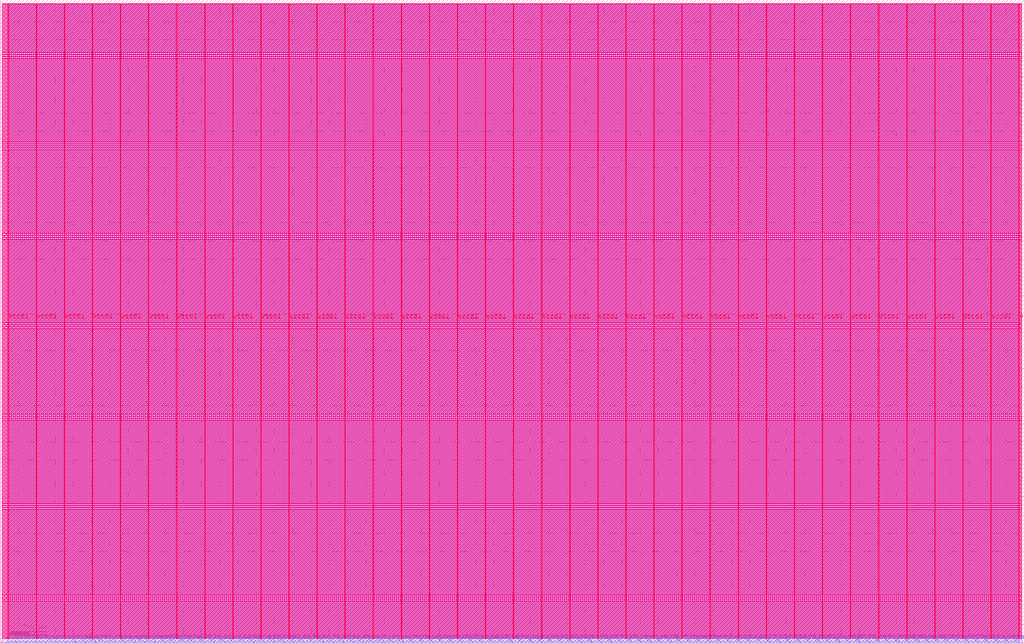
<source format=lef>
VERSION 5.7 ;
  NOWIREEXTENSIONATPIN ON ;
  DIVIDERCHAR "/" ;
  BUSBITCHARS "[]" ;
MACRO Matrix_Multiplication
  CLASS BLOCK ;
  FOREIGN Matrix_Multiplication ;
  ORIGIN 0.000 0.000 ;
  SIZE 2800.000 BY 1760.000 ;
  PIN addr_o[0]
    DIRECTION OUTPUT TRISTATE ;
    USE SIGNAL ;
    PORT
      LAYER met2 ;
        RECT 151.430 0.000 151.710 4.000 ;
    END
  END addr_o[0]
  PIN addr_o[10]
    DIRECTION OUTPUT TRISTATE ;
    USE SIGNAL ;
    PORT
      LAYER met2 ;
        RECT 1019.910 0.000 1020.190 4.000 ;
    END
  END addr_o[10]
  PIN addr_o[11]
    DIRECTION OUTPUT TRISTATE ;
    USE SIGNAL ;
    PORT
      LAYER met2 ;
        RECT 1101.330 0.000 1101.610 4.000 ;
    END
  END addr_o[11]
  PIN addr_o[12]
    DIRECTION OUTPUT TRISTATE ;
    USE SIGNAL ;
    PORT
      LAYER met2 ;
        RECT 1182.750 0.000 1183.030 4.000 ;
    END
  END addr_o[12]
  PIN addr_o[13]
    DIRECTION OUTPUT TRISTATE ;
    USE SIGNAL ;
    PORT
      LAYER met2 ;
        RECT 1264.170 0.000 1264.450 4.000 ;
    END
  END addr_o[13]
  PIN addr_o[14]
    DIRECTION OUTPUT TRISTATE ;
    USE SIGNAL ;
    PORT
      LAYER met2 ;
        RECT 1345.590 0.000 1345.870 4.000 ;
    END
  END addr_o[14]
  PIN addr_o[15]
    DIRECTION OUTPUT TRISTATE ;
    USE SIGNAL ;
    PORT
      LAYER met2 ;
        RECT 1427.010 0.000 1427.290 4.000 ;
    END
  END addr_o[15]
  PIN addr_o[16]
    DIRECTION OUTPUT TRISTATE ;
    USE SIGNAL ;
    PORT
      LAYER met2 ;
        RECT 1508.430 0.000 1508.710 4.000 ;
    END
  END addr_o[16]
  PIN addr_o[17]
    DIRECTION OUTPUT TRISTATE ;
    USE SIGNAL ;
    PORT
      LAYER met2 ;
        RECT 1589.850 0.000 1590.130 4.000 ;
    END
  END addr_o[17]
  PIN addr_o[18]
    DIRECTION OUTPUT TRISTATE ;
    USE SIGNAL ;
    PORT
      LAYER met2 ;
        RECT 1671.270 0.000 1671.550 4.000 ;
    END
  END addr_o[18]
  PIN addr_o[19]
    DIRECTION OUTPUT TRISTATE ;
    USE SIGNAL ;
    PORT
      LAYER met2 ;
        RECT 1752.690 0.000 1752.970 4.000 ;
    END
  END addr_o[19]
  PIN addr_o[1]
    DIRECTION OUTPUT TRISTATE ;
    USE SIGNAL ;
    PORT
      LAYER met2 ;
        RECT 259.990 0.000 260.270 4.000 ;
    END
  END addr_o[1]
  PIN addr_o[20]
    DIRECTION OUTPUT TRISTATE ;
    USE SIGNAL ;
    PORT
      LAYER met2 ;
        RECT 1834.110 0.000 1834.390 4.000 ;
    END
  END addr_o[20]
  PIN addr_o[21]
    DIRECTION OUTPUT TRISTATE ;
    USE SIGNAL ;
    PORT
      LAYER met2 ;
        RECT 1915.530 0.000 1915.810 4.000 ;
    END
  END addr_o[21]
  PIN addr_o[22]
    DIRECTION OUTPUT TRISTATE ;
    USE SIGNAL ;
    PORT
      LAYER met2 ;
        RECT 1996.950 0.000 1997.230 4.000 ;
    END
  END addr_o[22]
  PIN addr_o[23]
    DIRECTION OUTPUT TRISTATE ;
    USE SIGNAL ;
    PORT
      LAYER met2 ;
        RECT 2078.370 0.000 2078.650 4.000 ;
    END
  END addr_o[23]
  PIN addr_o[24]
    DIRECTION OUTPUT TRISTATE ;
    USE SIGNAL ;
    PORT
      LAYER met2 ;
        RECT 2159.790 0.000 2160.070 4.000 ;
    END
  END addr_o[24]
  PIN addr_o[25]
    DIRECTION OUTPUT TRISTATE ;
    USE SIGNAL ;
    PORT
      LAYER met2 ;
        RECT 2241.210 0.000 2241.490 4.000 ;
    END
  END addr_o[25]
  PIN addr_o[26]
    DIRECTION OUTPUT TRISTATE ;
    USE SIGNAL ;
    PORT
      LAYER met2 ;
        RECT 2322.630 0.000 2322.910 4.000 ;
    END
  END addr_o[26]
  PIN addr_o[27]
    DIRECTION OUTPUT TRISTATE ;
    USE SIGNAL ;
    PORT
      LAYER met2 ;
        RECT 2404.050 0.000 2404.330 4.000 ;
    END
  END addr_o[27]
  PIN addr_o[28]
    DIRECTION OUTPUT TRISTATE ;
    USE SIGNAL ;
    PORT
      LAYER met2 ;
        RECT 2485.470 0.000 2485.750 4.000 ;
    END
  END addr_o[28]
  PIN addr_o[29]
    DIRECTION OUTPUT TRISTATE ;
    USE SIGNAL ;
    PORT
      LAYER met2 ;
        RECT 2566.890 0.000 2567.170 4.000 ;
    END
  END addr_o[29]
  PIN addr_o[2]
    DIRECTION OUTPUT TRISTATE ;
    USE SIGNAL ;
    PORT
      LAYER met2 ;
        RECT 368.550 0.000 368.830 4.000 ;
    END
  END addr_o[2]
  PIN addr_o[30]
    DIRECTION OUTPUT TRISTATE ;
    USE SIGNAL ;
    PORT
      LAYER met2 ;
        RECT 2648.310 0.000 2648.590 4.000 ;
    END
  END addr_o[30]
  PIN addr_o[31]
    DIRECTION OUTPUT TRISTATE ;
    USE SIGNAL ;
    PORT
      LAYER met2 ;
        RECT 2729.730 0.000 2730.010 4.000 ;
    END
  END addr_o[31]
  PIN addr_o[3]
    DIRECTION OUTPUT TRISTATE ;
    USE SIGNAL ;
    PORT
      LAYER met2 ;
        RECT 449.970 0.000 450.250 4.000 ;
    END
  END addr_o[3]
  PIN addr_o[4]
    DIRECTION OUTPUT TRISTATE ;
    USE SIGNAL ;
    PORT
      LAYER met2 ;
        RECT 531.390 0.000 531.670 4.000 ;
    END
  END addr_o[4]
  PIN addr_o[5]
    DIRECTION OUTPUT TRISTATE ;
    USE SIGNAL ;
    PORT
      LAYER met2 ;
        RECT 612.810 0.000 613.090 4.000 ;
    END
  END addr_o[5]
  PIN addr_o[6]
    DIRECTION OUTPUT TRISTATE ;
    USE SIGNAL ;
    PORT
      LAYER met2 ;
        RECT 694.230 0.000 694.510 4.000 ;
    END
  END addr_o[6]
  PIN addr_o[7]
    DIRECTION OUTPUT TRISTATE ;
    USE SIGNAL ;
    PORT
      LAYER met2 ;
        RECT 775.650 0.000 775.930 4.000 ;
    END
  END addr_o[7]
  PIN addr_o[8]
    DIRECTION OUTPUT TRISTATE ;
    USE SIGNAL ;
    PORT
      LAYER met2 ;
        RECT 857.070 0.000 857.350 4.000 ;
    END
  END addr_o[8]
  PIN addr_o[9]
    DIRECTION OUTPUT TRISTATE ;
    USE SIGNAL ;
    PORT
      LAYER met2 ;
        RECT 938.490 0.000 938.770 4.000 ;
    END
  END addr_o[9]
  PIN clk
    DIRECTION INPUT ;
    USE SIGNAL ;
    PORT
      LAYER met2 ;
        RECT 15.730 0.000 16.010 4.000 ;
    END
  END clk
  PIN data_i[0]
    DIRECTION INPUT ;
    USE SIGNAL ;
    PORT
      LAYER met2 ;
        RECT 178.570 0.000 178.850 4.000 ;
    END
  END data_i[0]
  PIN data_i[10]
    DIRECTION INPUT ;
    USE SIGNAL ;
    PORT
      LAYER met2 ;
        RECT 1047.050 0.000 1047.330 4.000 ;
    END
  END data_i[10]
  PIN data_i[11]
    DIRECTION INPUT ;
    USE SIGNAL ;
    PORT
      LAYER met2 ;
        RECT 1128.470 0.000 1128.750 4.000 ;
    END
  END data_i[11]
  PIN data_i[12]
    DIRECTION INPUT ;
    USE SIGNAL ;
    PORT
      LAYER met2 ;
        RECT 1209.890 0.000 1210.170 4.000 ;
    END
  END data_i[12]
  PIN data_i[13]
    DIRECTION INPUT ;
    USE SIGNAL ;
    PORT
      LAYER met2 ;
        RECT 1291.310 0.000 1291.590 4.000 ;
    END
  END data_i[13]
  PIN data_i[14]
    DIRECTION INPUT ;
    USE SIGNAL ;
    PORT
      LAYER met2 ;
        RECT 1372.730 0.000 1373.010 4.000 ;
    END
  END data_i[14]
  PIN data_i[15]
    DIRECTION INPUT ;
    USE SIGNAL ;
    PORT
      LAYER met2 ;
        RECT 1454.150 0.000 1454.430 4.000 ;
    END
  END data_i[15]
  PIN data_i[16]
    DIRECTION INPUT ;
    USE SIGNAL ;
    PORT
      LAYER met2 ;
        RECT 1535.570 0.000 1535.850 4.000 ;
    END
  END data_i[16]
  PIN data_i[17]
    DIRECTION INPUT ;
    USE SIGNAL ;
    PORT
      LAYER met2 ;
        RECT 1616.990 0.000 1617.270 4.000 ;
    END
  END data_i[17]
  PIN data_i[18]
    DIRECTION INPUT ;
    USE SIGNAL ;
    PORT
      LAYER met2 ;
        RECT 1698.410 0.000 1698.690 4.000 ;
    END
  END data_i[18]
  PIN data_i[19]
    DIRECTION INPUT ;
    USE SIGNAL ;
    PORT
      LAYER met2 ;
        RECT 1779.830 0.000 1780.110 4.000 ;
    END
  END data_i[19]
  PIN data_i[1]
    DIRECTION INPUT ;
    USE SIGNAL ;
    PORT
      LAYER met2 ;
        RECT 287.130 0.000 287.410 4.000 ;
    END
  END data_i[1]
  PIN data_i[20]
    DIRECTION INPUT ;
    USE SIGNAL ;
    PORT
      LAYER met2 ;
        RECT 1861.250 0.000 1861.530 4.000 ;
    END
  END data_i[20]
  PIN data_i[21]
    DIRECTION INPUT ;
    USE SIGNAL ;
    PORT
      LAYER met2 ;
        RECT 1942.670 0.000 1942.950 4.000 ;
    END
  END data_i[21]
  PIN data_i[22]
    DIRECTION INPUT ;
    USE SIGNAL ;
    PORT
      LAYER met2 ;
        RECT 2024.090 0.000 2024.370 4.000 ;
    END
  END data_i[22]
  PIN data_i[23]
    DIRECTION INPUT ;
    USE SIGNAL ;
    PORT
      LAYER met2 ;
        RECT 2105.510 0.000 2105.790 4.000 ;
    END
  END data_i[23]
  PIN data_i[24]
    DIRECTION INPUT ;
    USE SIGNAL ;
    PORT
      LAYER met2 ;
        RECT 2186.930 0.000 2187.210 4.000 ;
    END
  END data_i[24]
  PIN data_i[25]
    DIRECTION INPUT ;
    USE SIGNAL ;
    PORT
      LAYER met2 ;
        RECT 2268.350 0.000 2268.630 4.000 ;
    END
  END data_i[25]
  PIN data_i[26]
    DIRECTION INPUT ;
    USE SIGNAL ;
    PORT
      LAYER met2 ;
        RECT 2349.770 0.000 2350.050 4.000 ;
    END
  END data_i[26]
  PIN data_i[27]
    DIRECTION INPUT ;
    USE SIGNAL ;
    PORT
      LAYER met2 ;
        RECT 2431.190 0.000 2431.470 4.000 ;
    END
  END data_i[27]
  PIN data_i[28]
    DIRECTION INPUT ;
    USE SIGNAL ;
    PORT
      LAYER met2 ;
        RECT 2512.610 0.000 2512.890 4.000 ;
    END
  END data_i[28]
  PIN data_i[29]
    DIRECTION INPUT ;
    USE SIGNAL ;
    PORT
      LAYER met2 ;
        RECT 2594.030 0.000 2594.310 4.000 ;
    END
  END data_i[29]
  PIN data_i[2]
    DIRECTION INPUT ;
    USE SIGNAL ;
    PORT
      LAYER met2 ;
        RECT 395.690 0.000 395.970 4.000 ;
    END
  END data_i[2]
  PIN data_i[30]
    DIRECTION INPUT ;
    USE SIGNAL ;
    PORT
      LAYER met2 ;
        RECT 2675.450 0.000 2675.730 4.000 ;
    END
  END data_i[30]
  PIN data_i[31]
    DIRECTION INPUT ;
    USE SIGNAL ;
    PORT
      LAYER met2 ;
        RECT 2756.870 0.000 2757.150 4.000 ;
    END
  END data_i[31]
  PIN data_i[3]
    DIRECTION INPUT ;
    USE SIGNAL ;
    PORT
      LAYER met2 ;
        RECT 477.110 0.000 477.390 4.000 ;
    END
  END data_i[3]
  PIN data_i[4]
    DIRECTION INPUT ;
    USE SIGNAL ;
    PORT
      LAYER met2 ;
        RECT 558.530 0.000 558.810 4.000 ;
    END
  END data_i[4]
  PIN data_i[5]
    DIRECTION INPUT ;
    USE SIGNAL ;
    PORT
      LAYER met2 ;
        RECT 639.950 0.000 640.230 4.000 ;
    END
  END data_i[5]
  PIN data_i[6]
    DIRECTION INPUT ;
    USE SIGNAL ;
    PORT
      LAYER met2 ;
        RECT 721.370 0.000 721.650 4.000 ;
    END
  END data_i[6]
  PIN data_i[7]
    DIRECTION INPUT ;
    USE SIGNAL ;
    PORT
      LAYER met2 ;
        RECT 802.790 0.000 803.070 4.000 ;
    END
  END data_i[7]
  PIN data_i[8]
    DIRECTION INPUT ;
    USE SIGNAL ;
    PORT
      LAYER met2 ;
        RECT 884.210 0.000 884.490 4.000 ;
    END
  END data_i[8]
  PIN data_i[9]
    DIRECTION INPUT ;
    USE SIGNAL ;
    PORT
      LAYER met2 ;
        RECT 965.630 0.000 965.910 4.000 ;
    END
  END data_i[9]
  PIN data_o[0]
    DIRECTION OUTPUT TRISTATE ;
    USE SIGNAL ;
    PORT
      LAYER met2 ;
        RECT 205.710 0.000 205.990 4.000 ;
    END
  END data_o[0]
  PIN data_o[10]
    DIRECTION OUTPUT TRISTATE ;
    USE SIGNAL ;
    PORT
      LAYER met2 ;
        RECT 1074.190 0.000 1074.470 4.000 ;
    END
  END data_o[10]
  PIN data_o[11]
    DIRECTION OUTPUT TRISTATE ;
    USE SIGNAL ;
    PORT
      LAYER met2 ;
        RECT 1155.610 0.000 1155.890 4.000 ;
    END
  END data_o[11]
  PIN data_o[12]
    DIRECTION OUTPUT TRISTATE ;
    USE SIGNAL ;
    PORT
      LAYER met2 ;
        RECT 1237.030 0.000 1237.310 4.000 ;
    END
  END data_o[12]
  PIN data_o[13]
    DIRECTION OUTPUT TRISTATE ;
    USE SIGNAL ;
    PORT
      LAYER met2 ;
        RECT 1318.450 0.000 1318.730 4.000 ;
    END
  END data_o[13]
  PIN data_o[14]
    DIRECTION OUTPUT TRISTATE ;
    USE SIGNAL ;
    PORT
      LAYER met2 ;
        RECT 1399.870 0.000 1400.150 4.000 ;
    END
  END data_o[14]
  PIN data_o[15]
    DIRECTION OUTPUT TRISTATE ;
    USE SIGNAL ;
    PORT
      LAYER met2 ;
        RECT 1481.290 0.000 1481.570 4.000 ;
    END
  END data_o[15]
  PIN data_o[16]
    DIRECTION OUTPUT TRISTATE ;
    USE SIGNAL ;
    PORT
      LAYER met2 ;
        RECT 1562.710 0.000 1562.990 4.000 ;
    END
  END data_o[16]
  PIN data_o[17]
    DIRECTION OUTPUT TRISTATE ;
    USE SIGNAL ;
    PORT
      LAYER met2 ;
        RECT 1644.130 0.000 1644.410 4.000 ;
    END
  END data_o[17]
  PIN data_o[18]
    DIRECTION OUTPUT TRISTATE ;
    USE SIGNAL ;
    PORT
      LAYER met2 ;
        RECT 1725.550 0.000 1725.830 4.000 ;
    END
  END data_o[18]
  PIN data_o[19]
    DIRECTION OUTPUT TRISTATE ;
    USE SIGNAL ;
    PORT
      LAYER met2 ;
        RECT 1806.970 0.000 1807.250 4.000 ;
    END
  END data_o[19]
  PIN data_o[1]
    DIRECTION OUTPUT TRISTATE ;
    USE SIGNAL ;
    PORT
      LAYER met2 ;
        RECT 314.270 0.000 314.550 4.000 ;
    END
  END data_o[1]
  PIN data_o[20]
    DIRECTION OUTPUT TRISTATE ;
    USE SIGNAL ;
    PORT
      LAYER met2 ;
        RECT 1888.390 0.000 1888.670 4.000 ;
    END
  END data_o[20]
  PIN data_o[21]
    DIRECTION OUTPUT TRISTATE ;
    USE SIGNAL ;
    PORT
      LAYER met2 ;
        RECT 1969.810 0.000 1970.090 4.000 ;
    END
  END data_o[21]
  PIN data_o[22]
    DIRECTION OUTPUT TRISTATE ;
    USE SIGNAL ;
    PORT
      LAYER met2 ;
        RECT 2051.230 0.000 2051.510 4.000 ;
    END
  END data_o[22]
  PIN data_o[23]
    DIRECTION OUTPUT TRISTATE ;
    USE SIGNAL ;
    PORT
      LAYER met2 ;
        RECT 2132.650 0.000 2132.930 4.000 ;
    END
  END data_o[23]
  PIN data_o[24]
    DIRECTION OUTPUT TRISTATE ;
    USE SIGNAL ;
    PORT
      LAYER met2 ;
        RECT 2214.070 0.000 2214.350 4.000 ;
    END
  END data_o[24]
  PIN data_o[25]
    DIRECTION OUTPUT TRISTATE ;
    USE SIGNAL ;
    PORT
      LAYER met2 ;
        RECT 2295.490 0.000 2295.770 4.000 ;
    END
  END data_o[25]
  PIN data_o[26]
    DIRECTION OUTPUT TRISTATE ;
    USE SIGNAL ;
    PORT
      LAYER met2 ;
        RECT 2376.910 0.000 2377.190 4.000 ;
    END
  END data_o[26]
  PIN data_o[27]
    DIRECTION OUTPUT TRISTATE ;
    USE SIGNAL ;
    PORT
      LAYER met2 ;
        RECT 2458.330 0.000 2458.610 4.000 ;
    END
  END data_o[27]
  PIN data_o[28]
    DIRECTION OUTPUT TRISTATE ;
    USE SIGNAL ;
    PORT
      LAYER met2 ;
        RECT 2539.750 0.000 2540.030 4.000 ;
    END
  END data_o[28]
  PIN data_o[29]
    DIRECTION OUTPUT TRISTATE ;
    USE SIGNAL ;
    PORT
      LAYER met2 ;
        RECT 2621.170 0.000 2621.450 4.000 ;
    END
  END data_o[29]
  PIN data_o[2]
    DIRECTION OUTPUT TRISTATE ;
    USE SIGNAL ;
    PORT
      LAYER met2 ;
        RECT 422.830 0.000 423.110 4.000 ;
    END
  END data_o[2]
  PIN data_o[30]
    DIRECTION OUTPUT TRISTATE ;
    USE SIGNAL ;
    PORT
      LAYER met2 ;
        RECT 2702.590 0.000 2702.870 4.000 ;
    END
  END data_o[30]
  PIN data_o[31]
    DIRECTION OUTPUT TRISTATE ;
    USE SIGNAL ;
    PORT
      LAYER met2 ;
        RECT 2784.010 0.000 2784.290 4.000 ;
    END
  END data_o[31]
  PIN data_o[3]
    DIRECTION OUTPUT TRISTATE ;
    USE SIGNAL ;
    PORT
      LAYER met2 ;
        RECT 504.250 0.000 504.530 4.000 ;
    END
  END data_o[3]
  PIN data_o[4]
    DIRECTION OUTPUT TRISTATE ;
    USE SIGNAL ;
    PORT
      LAYER met2 ;
        RECT 585.670 0.000 585.950 4.000 ;
    END
  END data_o[4]
  PIN data_o[5]
    DIRECTION OUTPUT TRISTATE ;
    USE SIGNAL ;
    PORT
      LAYER met2 ;
        RECT 667.090 0.000 667.370 4.000 ;
    END
  END data_o[5]
  PIN data_o[6]
    DIRECTION OUTPUT TRISTATE ;
    USE SIGNAL ;
    PORT
      LAYER met2 ;
        RECT 748.510 0.000 748.790 4.000 ;
    END
  END data_o[6]
  PIN data_o[7]
    DIRECTION OUTPUT TRISTATE ;
    USE SIGNAL ;
    PORT
      LAYER met2 ;
        RECT 829.930 0.000 830.210 4.000 ;
    END
  END data_o[7]
  PIN data_o[8]
    DIRECTION OUTPUT TRISTATE ;
    USE SIGNAL ;
    PORT
      LAYER met2 ;
        RECT 911.350 0.000 911.630 4.000 ;
    END
  END data_o[8]
  PIN data_o[9]
    DIRECTION OUTPUT TRISTATE ;
    USE SIGNAL ;
    PORT
      LAYER met2 ;
        RECT 992.770 0.000 993.050 4.000 ;
    END
  END data_o[9]
  PIN done
    DIRECTION OUTPUT TRISTATE ;
    USE SIGNAL ;
    PORT
      LAYER met2 ;
        RECT 124.290 0.000 124.570 4.000 ;
    END
  END done
  PIN enable
    DIRECTION INPUT ;
    USE SIGNAL ;
    PORT
      LAYER met2 ;
        RECT 70.010 0.000 70.290 4.000 ;
    END
  END enable
  PIN mem_opdone
    DIRECTION INPUT ;
    USE SIGNAL ;
    PORT
      LAYER met2 ;
        RECT 97.150 0.000 97.430 4.000 ;
    END
  END mem_opdone
  PIN mem_operation[0]
    DIRECTION OUTPUT TRISTATE ;
    USE SIGNAL ;
    PORT
      LAYER met2 ;
        RECT 232.850 0.000 233.130 4.000 ;
    END
  END mem_operation[0]
  PIN mem_operation[1]
    DIRECTION OUTPUT TRISTATE ;
    USE SIGNAL ;
    PORT
      LAYER met2 ;
        RECT 341.410 0.000 341.690 4.000 ;
    END
  END mem_operation[1]
  PIN reset
    DIRECTION INPUT ;
    USE SIGNAL ;
    PORT
      LAYER met2 ;
        RECT 42.870 0.000 43.150 4.000 ;
    END
  END reset
  PIN vccd1
    DIRECTION INOUT ;
    USE POWER ;
    PORT
      LAYER met4 ;
        RECT 21.040 10.640 22.640 1749.200 ;
    END
    PORT
      LAYER met4 ;
        RECT 174.640 10.640 176.240 1749.200 ;
    END
    PORT
      LAYER met4 ;
        RECT 328.240 10.640 329.840 1749.200 ;
    END
    PORT
      LAYER met4 ;
        RECT 481.840 10.640 483.440 1749.200 ;
    END
    PORT
      LAYER met4 ;
        RECT 635.440 10.640 637.040 1749.200 ;
    END
    PORT
      LAYER met4 ;
        RECT 789.040 10.640 790.640 1749.200 ;
    END
    PORT
      LAYER met4 ;
        RECT 942.640 10.640 944.240 1749.200 ;
    END
    PORT
      LAYER met4 ;
        RECT 1096.240 10.640 1097.840 1749.200 ;
    END
    PORT
      LAYER met4 ;
        RECT 1249.840 10.640 1251.440 1749.200 ;
    END
    PORT
      LAYER met4 ;
        RECT 1403.440 10.640 1405.040 1749.200 ;
    END
    PORT
      LAYER met4 ;
        RECT 1557.040 10.640 1558.640 1749.200 ;
    END
    PORT
      LAYER met4 ;
        RECT 1710.640 10.640 1712.240 1749.200 ;
    END
    PORT
      LAYER met4 ;
        RECT 1864.240 10.640 1865.840 1749.200 ;
    END
    PORT
      LAYER met4 ;
        RECT 2017.840 10.640 2019.440 1749.200 ;
    END
    PORT
      LAYER met4 ;
        RECT 2171.440 10.640 2173.040 1749.200 ;
    END
    PORT
      LAYER met4 ;
        RECT 2325.040 10.640 2326.640 1749.200 ;
    END
    PORT
      LAYER met4 ;
        RECT 2478.640 10.640 2480.240 1749.200 ;
    END
    PORT
      LAYER met4 ;
        RECT 2632.240 10.640 2633.840 1749.200 ;
    END
    PORT
      LAYER met4 ;
        RECT 2785.840 10.640 2787.440 1749.200 ;
    END
  END vccd1
  PIN vssd1
    DIRECTION INOUT ;
    USE GROUND ;
    PORT
      LAYER met4 ;
        RECT 97.840 10.640 99.440 1749.200 ;
    END
    PORT
      LAYER met4 ;
        RECT 251.440 10.640 253.040 1749.200 ;
    END
    PORT
      LAYER met4 ;
        RECT 405.040 10.640 406.640 1749.200 ;
    END
    PORT
      LAYER met4 ;
        RECT 558.640 10.640 560.240 1749.200 ;
    END
    PORT
      LAYER met4 ;
        RECT 712.240 10.640 713.840 1749.200 ;
    END
    PORT
      LAYER met4 ;
        RECT 865.840 10.640 867.440 1749.200 ;
    END
    PORT
      LAYER met4 ;
        RECT 1019.440 10.640 1021.040 1749.200 ;
    END
    PORT
      LAYER met4 ;
        RECT 1173.040 10.640 1174.640 1749.200 ;
    END
    PORT
      LAYER met4 ;
        RECT 1326.640 10.640 1328.240 1749.200 ;
    END
    PORT
      LAYER met4 ;
        RECT 1480.240 10.640 1481.840 1749.200 ;
    END
    PORT
      LAYER met4 ;
        RECT 1633.840 10.640 1635.440 1749.200 ;
    END
    PORT
      LAYER met4 ;
        RECT 1787.440 10.640 1789.040 1749.200 ;
    END
    PORT
      LAYER met4 ;
        RECT 1941.040 10.640 1942.640 1749.200 ;
    END
    PORT
      LAYER met4 ;
        RECT 2094.640 10.640 2096.240 1749.200 ;
    END
    PORT
      LAYER met4 ;
        RECT 2248.240 10.640 2249.840 1749.200 ;
    END
    PORT
      LAYER met4 ;
        RECT 2401.840 10.640 2403.440 1749.200 ;
    END
    PORT
      LAYER met4 ;
        RECT 2555.440 10.640 2557.040 1749.200 ;
    END
    PORT
      LAYER met4 ;
        RECT 2709.040 10.640 2710.640 1749.200 ;
    END
  END vssd1
  OBS
      LAYER nwell ;
        RECT 5.330 1747.545 2794.230 1749.150 ;
        RECT 5.330 1742.105 2794.230 1744.935 ;
        RECT 5.330 1736.665 2794.230 1739.495 ;
        RECT 5.330 1731.225 2794.230 1734.055 ;
        RECT 5.330 1725.785 2794.230 1728.615 ;
        RECT 5.330 1720.345 2794.230 1723.175 ;
        RECT 5.330 1714.905 2794.230 1717.735 ;
        RECT 5.330 1709.465 2794.230 1712.295 ;
        RECT 5.330 1704.025 2794.230 1706.855 ;
        RECT 5.330 1698.585 2794.230 1701.415 ;
        RECT 5.330 1693.145 2794.230 1695.975 ;
        RECT 5.330 1687.705 2794.230 1690.535 ;
        RECT 5.330 1682.265 2794.230 1685.095 ;
        RECT 5.330 1676.825 2794.230 1679.655 ;
        RECT 5.330 1671.385 2794.230 1674.215 ;
        RECT 5.330 1665.945 2794.230 1668.775 ;
        RECT 5.330 1660.505 2794.230 1663.335 ;
        RECT 5.330 1655.065 2794.230 1657.895 ;
        RECT 5.330 1649.625 2794.230 1652.455 ;
        RECT 5.330 1644.185 2794.230 1647.015 ;
        RECT 5.330 1638.745 2794.230 1641.575 ;
        RECT 5.330 1633.305 2794.230 1636.135 ;
        RECT 5.330 1627.865 2794.230 1630.695 ;
        RECT 5.330 1622.425 2794.230 1625.255 ;
        RECT 5.330 1616.985 2794.230 1619.815 ;
        RECT 5.330 1611.545 2794.230 1614.375 ;
        RECT 5.330 1606.105 2794.230 1608.935 ;
        RECT 5.330 1600.665 2794.230 1603.495 ;
        RECT 5.330 1595.225 2794.230 1598.055 ;
        RECT 5.330 1589.785 2794.230 1592.615 ;
        RECT 5.330 1584.345 2794.230 1587.175 ;
        RECT 5.330 1578.905 2794.230 1581.735 ;
        RECT 5.330 1573.465 2794.230 1576.295 ;
        RECT 5.330 1568.025 2794.230 1570.855 ;
        RECT 5.330 1562.585 2794.230 1565.415 ;
        RECT 5.330 1557.145 2794.230 1559.975 ;
        RECT 5.330 1551.705 2794.230 1554.535 ;
        RECT 5.330 1546.265 2794.230 1549.095 ;
        RECT 5.330 1540.825 2794.230 1543.655 ;
        RECT 5.330 1535.385 2794.230 1538.215 ;
        RECT 5.330 1529.945 2794.230 1532.775 ;
        RECT 5.330 1524.505 2794.230 1527.335 ;
        RECT 5.330 1519.065 2794.230 1521.895 ;
        RECT 5.330 1513.625 2794.230 1516.455 ;
        RECT 5.330 1508.185 2794.230 1511.015 ;
        RECT 5.330 1502.745 2794.230 1505.575 ;
        RECT 5.330 1497.305 2794.230 1500.135 ;
        RECT 5.330 1491.865 2794.230 1494.695 ;
        RECT 5.330 1486.425 2794.230 1489.255 ;
        RECT 5.330 1480.985 2794.230 1483.815 ;
        RECT 5.330 1475.545 2794.230 1478.375 ;
        RECT 5.330 1470.105 2794.230 1472.935 ;
        RECT 5.330 1464.665 2794.230 1467.495 ;
        RECT 5.330 1459.225 2794.230 1462.055 ;
        RECT 5.330 1453.785 2794.230 1456.615 ;
        RECT 5.330 1448.345 2794.230 1451.175 ;
        RECT 5.330 1442.905 2794.230 1445.735 ;
        RECT 5.330 1437.465 2794.230 1440.295 ;
        RECT 5.330 1432.025 2794.230 1434.855 ;
        RECT 5.330 1426.585 2794.230 1429.415 ;
        RECT 5.330 1421.145 2794.230 1423.975 ;
        RECT 5.330 1415.705 2794.230 1418.535 ;
        RECT 5.330 1410.265 2794.230 1413.095 ;
        RECT 5.330 1404.825 2794.230 1407.655 ;
        RECT 5.330 1399.385 2794.230 1402.215 ;
        RECT 5.330 1393.945 2794.230 1396.775 ;
        RECT 5.330 1388.505 2794.230 1391.335 ;
        RECT 5.330 1383.065 2794.230 1385.895 ;
        RECT 5.330 1377.625 2794.230 1380.455 ;
        RECT 5.330 1372.185 2794.230 1375.015 ;
        RECT 5.330 1366.745 2794.230 1369.575 ;
        RECT 5.330 1361.305 2794.230 1364.135 ;
        RECT 5.330 1355.865 2794.230 1358.695 ;
        RECT 5.330 1350.425 2794.230 1353.255 ;
        RECT 5.330 1344.985 2794.230 1347.815 ;
        RECT 5.330 1339.545 2794.230 1342.375 ;
        RECT 5.330 1334.105 2794.230 1336.935 ;
        RECT 5.330 1328.665 2794.230 1331.495 ;
        RECT 5.330 1323.225 2794.230 1326.055 ;
        RECT 5.330 1317.785 2794.230 1320.615 ;
        RECT 5.330 1312.345 2794.230 1315.175 ;
        RECT 5.330 1306.905 2794.230 1309.735 ;
        RECT 5.330 1301.465 2794.230 1304.295 ;
        RECT 5.330 1296.025 2794.230 1298.855 ;
        RECT 5.330 1290.585 2794.230 1293.415 ;
        RECT 5.330 1285.145 2794.230 1287.975 ;
        RECT 5.330 1279.705 2794.230 1282.535 ;
        RECT 5.330 1274.265 2794.230 1277.095 ;
        RECT 5.330 1268.825 2794.230 1271.655 ;
        RECT 5.330 1263.385 2794.230 1266.215 ;
        RECT 5.330 1257.945 2794.230 1260.775 ;
        RECT 5.330 1252.505 2794.230 1255.335 ;
        RECT 5.330 1247.065 2794.230 1249.895 ;
        RECT 5.330 1241.625 2794.230 1244.455 ;
        RECT 5.330 1236.185 2794.230 1239.015 ;
        RECT 5.330 1230.745 2794.230 1233.575 ;
        RECT 5.330 1225.305 2794.230 1228.135 ;
        RECT 5.330 1219.865 2794.230 1222.695 ;
        RECT 5.330 1214.425 2794.230 1217.255 ;
        RECT 5.330 1208.985 2794.230 1211.815 ;
        RECT 5.330 1203.545 2794.230 1206.375 ;
        RECT 5.330 1198.105 2794.230 1200.935 ;
        RECT 5.330 1192.665 2794.230 1195.495 ;
        RECT 5.330 1187.225 2794.230 1190.055 ;
        RECT 5.330 1181.785 2794.230 1184.615 ;
        RECT 5.330 1176.345 2794.230 1179.175 ;
        RECT 5.330 1170.905 2794.230 1173.735 ;
        RECT 5.330 1165.465 2794.230 1168.295 ;
        RECT 5.330 1160.025 2794.230 1162.855 ;
        RECT 5.330 1154.585 2794.230 1157.415 ;
        RECT 5.330 1149.145 2794.230 1151.975 ;
        RECT 5.330 1143.705 2794.230 1146.535 ;
        RECT 5.330 1138.265 2794.230 1141.095 ;
        RECT 5.330 1132.825 2794.230 1135.655 ;
        RECT 5.330 1127.385 2794.230 1130.215 ;
        RECT 5.330 1121.945 2794.230 1124.775 ;
        RECT 5.330 1116.505 2794.230 1119.335 ;
        RECT 5.330 1111.065 2794.230 1113.895 ;
        RECT 5.330 1105.625 2794.230 1108.455 ;
        RECT 5.330 1100.185 2794.230 1103.015 ;
        RECT 5.330 1094.745 2794.230 1097.575 ;
        RECT 5.330 1089.305 2794.230 1092.135 ;
        RECT 5.330 1083.865 2794.230 1086.695 ;
        RECT 5.330 1078.425 2794.230 1081.255 ;
        RECT 5.330 1072.985 2794.230 1075.815 ;
        RECT 5.330 1067.545 2794.230 1070.375 ;
        RECT 5.330 1062.105 2794.230 1064.935 ;
        RECT 5.330 1056.665 2794.230 1059.495 ;
        RECT 5.330 1051.225 2794.230 1054.055 ;
        RECT 5.330 1045.785 2794.230 1048.615 ;
        RECT 5.330 1040.345 2794.230 1043.175 ;
        RECT 5.330 1034.905 2794.230 1037.735 ;
        RECT 5.330 1029.465 2794.230 1032.295 ;
        RECT 5.330 1024.025 2794.230 1026.855 ;
        RECT 5.330 1018.585 2794.230 1021.415 ;
        RECT 5.330 1013.145 2794.230 1015.975 ;
        RECT 5.330 1007.705 2794.230 1010.535 ;
        RECT 5.330 1002.265 2794.230 1005.095 ;
        RECT 5.330 996.825 2794.230 999.655 ;
        RECT 5.330 991.385 2794.230 994.215 ;
        RECT 5.330 985.945 2794.230 988.775 ;
        RECT 5.330 980.505 2794.230 983.335 ;
        RECT 5.330 975.065 2794.230 977.895 ;
        RECT 5.330 969.625 2794.230 972.455 ;
        RECT 5.330 964.185 2794.230 967.015 ;
        RECT 5.330 958.745 2794.230 961.575 ;
        RECT 5.330 953.305 2794.230 956.135 ;
        RECT 5.330 947.865 2794.230 950.695 ;
        RECT 5.330 942.425 2794.230 945.255 ;
        RECT 5.330 936.985 2794.230 939.815 ;
        RECT 5.330 931.545 2794.230 934.375 ;
        RECT 5.330 926.105 2794.230 928.935 ;
        RECT 5.330 920.665 2794.230 923.495 ;
        RECT 5.330 915.225 2794.230 918.055 ;
        RECT 5.330 909.785 2794.230 912.615 ;
        RECT 5.330 904.345 2794.230 907.175 ;
        RECT 5.330 898.905 2794.230 901.735 ;
        RECT 5.330 893.465 2794.230 896.295 ;
        RECT 5.330 888.025 2794.230 890.855 ;
        RECT 5.330 882.585 2794.230 885.415 ;
        RECT 5.330 877.145 2794.230 879.975 ;
        RECT 5.330 871.705 2794.230 874.535 ;
        RECT 5.330 866.265 2794.230 869.095 ;
        RECT 5.330 860.825 2794.230 863.655 ;
        RECT 5.330 855.385 2794.230 858.215 ;
        RECT 5.330 849.945 2794.230 852.775 ;
        RECT 5.330 844.505 2794.230 847.335 ;
        RECT 5.330 839.065 2794.230 841.895 ;
        RECT 5.330 833.625 2794.230 836.455 ;
        RECT 5.330 828.185 2794.230 831.015 ;
        RECT 5.330 822.745 2794.230 825.575 ;
        RECT 5.330 817.305 2794.230 820.135 ;
        RECT 5.330 811.865 2794.230 814.695 ;
        RECT 5.330 806.425 2794.230 809.255 ;
        RECT 5.330 800.985 2794.230 803.815 ;
        RECT 5.330 795.545 2794.230 798.375 ;
        RECT 5.330 790.105 2794.230 792.935 ;
        RECT 5.330 784.665 2794.230 787.495 ;
        RECT 5.330 779.225 2794.230 782.055 ;
        RECT 5.330 773.785 2794.230 776.615 ;
        RECT 5.330 768.345 2794.230 771.175 ;
        RECT 5.330 762.905 2794.230 765.735 ;
        RECT 5.330 757.465 2794.230 760.295 ;
        RECT 5.330 752.025 2794.230 754.855 ;
        RECT 5.330 746.585 2794.230 749.415 ;
        RECT 5.330 741.145 2794.230 743.975 ;
        RECT 5.330 735.705 2794.230 738.535 ;
        RECT 5.330 730.265 2794.230 733.095 ;
        RECT 5.330 724.825 2794.230 727.655 ;
        RECT 5.330 719.385 2794.230 722.215 ;
        RECT 5.330 713.945 2794.230 716.775 ;
        RECT 5.330 708.505 2794.230 711.335 ;
        RECT 5.330 703.065 2794.230 705.895 ;
        RECT 5.330 697.625 2794.230 700.455 ;
        RECT 5.330 692.185 2794.230 695.015 ;
        RECT 5.330 686.745 2794.230 689.575 ;
        RECT 5.330 681.305 2794.230 684.135 ;
        RECT 5.330 675.865 2794.230 678.695 ;
        RECT 5.330 670.425 2794.230 673.255 ;
        RECT 5.330 664.985 2794.230 667.815 ;
        RECT 5.330 659.545 2794.230 662.375 ;
        RECT 5.330 654.105 2794.230 656.935 ;
        RECT 5.330 648.665 2794.230 651.495 ;
        RECT 5.330 643.225 2794.230 646.055 ;
        RECT 5.330 637.785 2794.230 640.615 ;
        RECT 5.330 632.345 2794.230 635.175 ;
        RECT 5.330 626.905 2794.230 629.735 ;
        RECT 5.330 621.465 2794.230 624.295 ;
        RECT 5.330 616.025 2794.230 618.855 ;
        RECT 5.330 610.585 2794.230 613.415 ;
        RECT 5.330 605.145 2794.230 607.975 ;
        RECT 5.330 599.705 2794.230 602.535 ;
        RECT 5.330 594.265 2794.230 597.095 ;
        RECT 5.330 588.825 2794.230 591.655 ;
        RECT 5.330 583.385 2794.230 586.215 ;
        RECT 5.330 577.945 2794.230 580.775 ;
        RECT 5.330 572.505 2794.230 575.335 ;
        RECT 5.330 567.065 2794.230 569.895 ;
        RECT 5.330 561.625 2794.230 564.455 ;
        RECT 5.330 556.185 2794.230 559.015 ;
        RECT 5.330 550.745 2794.230 553.575 ;
        RECT 5.330 545.305 2794.230 548.135 ;
        RECT 5.330 539.865 2794.230 542.695 ;
        RECT 5.330 534.425 2794.230 537.255 ;
        RECT 5.330 528.985 2794.230 531.815 ;
        RECT 5.330 523.545 2794.230 526.375 ;
        RECT 5.330 518.105 2794.230 520.935 ;
        RECT 5.330 512.665 2794.230 515.495 ;
        RECT 5.330 507.225 2794.230 510.055 ;
        RECT 5.330 501.785 2794.230 504.615 ;
        RECT 5.330 496.345 2794.230 499.175 ;
        RECT 5.330 490.905 2794.230 493.735 ;
        RECT 5.330 485.465 2794.230 488.295 ;
        RECT 5.330 480.025 2794.230 482.855 ;
        RECT 5.330 474.585 2794.230 477.415 ;
        RECT 5.330 469.145 2794.230 471.975 ;
        RECT 5.330 463.705 2794.230 466.535 ;
        RECT 5.330 458.265 2794.230 461.095 ;
        RECT 5.330 452.825 2794.230 455.655 ;
        RECT 5.330 447.385 2794.230 450.215 ;
        RECT 5.330 441.945 2794.230 444.775 ;
        RECT 5.330 436.505 2794.230 439.335 ;
        RECT 5.330 431.065 2794.230 433.895 ;
        RECT 5.330 425.625 2794.230 428.455 ;
        RECT 5.330 420.185 2794.230 423.015 ;
        RECT 5.330 414.745 2794.230 417.575 ;
        RECT 5.330 409.305 2794.230 412.135 ;
        RECT 5.330 403.865 2794.230 406.695 ;
        RECT 5.330 398.425 2794.230 401.255 ;
        RECT 5.330 392.985 2794.230 395.815 ;
        RECT 5.330 387.545 2794.230 390.375 ;
        RECT 5.330 382.105 2794.230 384.935 ;
        RECT 5.330 376.665 2794.230 379.495 ;
        RECT 5.330 371.225 2794.230 374.055 ;
        RECT 5.330 365.785 2794.230 368.615 ;
        RECT 5.330 360.345 2794.230 363.175 ;
        RECT 5.330 354.905 2794.230 357.735 ;
        RECT 5.330 349.465 2794.230 352.295 ;
        RECT 5.330 344.025 2794.230 346.855 ;
        RECT 5.330 338.585 2794.230 341.415 ;
        RECT 5.330 333.145 2794.230 335.975 ;
        RECT 5.330 327.705 2794.230 330.535 ;
        RECT 5.330 322.265 2794.230 325.095 ;
        RECT 5.330 316.825 2794.230 319.655 ;
        RECT 5.330 311.385 2794.230 314.215 ;
        RECT 5.330 305.945 2794.230 308.775 ;
        RECT 5.330 300.505 2794.230 303.335 ;
        RECT 5.330 295.065 2794.230 297.895 ;
        RECT 5.330 289.625 2794.230 292.455 ;
        RECT 5.330 284.185 2794.230 287.015 ;
        RECT 5.330 278.745 2794.230 281.575 ;
        RECT 5.330 273.305 2794.230 276.135 ;
        RECT 5.330 267.865 2794.230 270.695 ;
        RECT 5.330 262.425 2794.230 265.255 ;
        RECT 5.330 256.985 2794.230 259.815 ;
        RECT 5.330 251.545 2794.230 254.375 ;
        RECT 5.330 246.105 2794.230 248.935 ;
        RECT 5.330 240.665 2794.230 243.495 ;
        RECT 5.330 235.225 2794.230 238.055 ;
        RECT 5.330 229.785 2794.230 232.615 ;
        RECT 5.330 224.345 2794.230 227.175 ;
        RECT 5.330 218.905 2794.230 221.735 ;
        RECT 5.330 213.465 2794.230 216.295 ;
        RECT 5.330 208.025 2794.230 210.855 ;
        RECT 5.330 202.585 2794.230 205.415 ;
        RECT 5.330 197.145 2794.230 199.975 ;
        RECT 5.330 191.705 2794.230 194.535 ;
        RECT 5.330 186.265 2794.230 189.095 ;
        RECT 5.330 180.825 2794.230 183.655 ;
        RECT 5.330 175.385 2794.230 178.215 ;
        RECT 5.330 169.945 2794.230 172.775 ;
        RECT 5.330 164.505 2794.230 167.335 ;
        RECT 5.330 159.065 2794.230 161.895 ;
        RECT 5.330 153.625 2794.230 156.455 ;
        RECT 5.330 148.185 2794.230 151.015 ;
        RECT 5.330 142.745 2794.230 145.575 ;
        RECT 5.330 137.305 2794.230 140.135 ;
        RECT 5.330 131.865 2794.230 134.695 ;
        RECT 5.330 126.425 2794.230 129.255 ;
        RECT 5.330 120.985 2794.230 123.815 ;
        RECT 5.330 115.545 2794.230 118.375 ;
        RECT 5.330 110.105 2794.230 112.935 ;
        RECT 5.330 104.665 2794.230 107.495 ;
        RECT 5.330 99.225 2794.230 102.055 ;
        RECT 5.330 93.785 2794.230 96.615 ;
        RECT 5.330 88.345 2794.230 91.175 ;
        RECT 5.330 82.905 2794.230 85.735 ;
        RECT 5.330 77.465 2794.230 80.295 ;
        RECT 5.330 72.025 2794.230 74.855 ;
        RECT 5.330 66.585 2794.230 69.415 ;
        RECT 5.330 61.145 2794.230 63.975 ;
        RECT 5.330 55.705 2794.230 58.535 ;
        RECT 5.330 50.265 2794.230 53.095 ;
        RECT 5.330 44.825 2794.230 47.655 ;
        RECT 5.330 39.385 2794.230 42.215 ;
        RECT 5.330 33.945 2794.230 36.775 ;
        RECT 5.330 28.505 2794.230 31.335 ;
        RECT 5.330 23.065 2794.230 25.895 ;
        RECT 5.330 17.625 2794.230 20.455 ;
        RECT 5.330 12.185 2794.230 15.015 ;
      LAYER li1 ;
        RECT 5.520 10.795 2794.040 1749.045 ;
      LAYER met1 ;
        RECT 5.520 0.380 2794.040 1749.200 ;
      LAYER met2 ;
        RECT 21.070 4.280 2787.410 1749.145 ;
        RECT 21.070 0.350 42.590 4.280 ;
        RECT 43.430 0.350 69.730 4.280 ;
        RECT 70.570 0.350 96.870 4.280 ;
        RECT 97.710 0.350 124.010 4.280 ;
        RECT 124.850 0.350 151.150 4.280 ;
        RECT 151.990 0.350 178.290 4.280 ;
        RECT 179.130 0.350 205.430 4.280 ;
        RECT 206.270 0.350 232.570 4.280 ;
        RECT 233.410 0.350 259.710 4.280 ;
        RECT 260.550 0.350 286.850 4.280 ;
        RECT 287.690 0.350 313.990 4.280 ;
        RECT 314.830 0.350 341.130 4.280 ;
        RECT 341.970 0.350 368.270 4.280 ;
        RECT 369.110 0.350 395.410 4.280 ;
        RECT 396.250 0.350 422.550 4.280 ;
        RECT 423.390 0.350 449.690 4.280 ;
        RECT 450.530 0.350 476.830 4.280 ;
        RECT 477.670 0.350 503.970 4.280 ;
        RECT 504.810 0.350 531.110 4.280 ;
        RECT 531.950 0.350 558.250 4.280 ;
        RECT 559.090 0.350 585.390 4.280 ;
        RECT 586.230 0.350 612.530 4.280 ;
        RECT 613.370 0.350 639.670 4.280 ;
        RECT 640.510 0.350 666.810 4.280 ;
        RECT 667.650 0.350 693.950 4.280 ;
        RECT 694.790 0.350 721.090 4.280 ;
        RECT 721.930 0.350 748.230 4.280 ;
        RECT 749.070 0.350 775.370 4.280 ;
        RECT 776.210 0.350 802.510 4.280 ;
        RECT 803.350 0.350 829.650 4.280 ;
        RECT 830.490 0.350 856.790 4.280 ;
        RECT 857.630 0.350 883.930 4.280 ;
        RECT 884.770 0.350 911.070 4.280 ;
        RECT 911.910 0.350 938.210 4.280 ;
        RECT 939.050 0.350 965.350 4.280 ;
        RECT 966.190 0.350 992.490 4.280 ;
        RECT 993.330 0.350 1019.630 4.280 ;
        RECT 1020.470 0.350 1046.770 4.280 ;
        RECT 1047.610 0.350 1073.910 4.280 ;
        RECT 1074.750 0.350 1101.050 4.280 ;
        RECT 1101.890 0.350 1128.190 4.280 ;
        RECT 1129.030 0.350 1155.330 4.280 ;
        RECT 1156.170 0.350 1182.470 4.280 ;
        RECT 1183.310 0.350 1209.610 4.280 ;
        RECT 1210.450 0.350 1236.750 4.280 ;
        RECT 1237.590 0.350 1263.890 4.280 ;
        RECT 1264.730 0.350 1291.030 4.280 ;
        RECT 1291.870 0.350 1318.170 4.280 ;
        RECT 1319.010 0.350 1345.310 4.280 ;
        RECT 1346.150 0.350 1372.450 4.280 ;
        RECT 1373.290 0.350 1399.590 4.280 ;
        RECT 1400.430 0.350 1426.730 4.280 ;
        RECT 1427.570 0.350 1453.870 4.280 ;
        RECT 1454.710 0.350 1481.010 4.280 ;
        RECT 1481.850 0.350 1508.150 4.280 ;
        RECT 1508.990 0.350 1535.290 4.280 ;
        RECT 1536.130 0.350 1562.430 4.280 ;
        RECT 1563.270 0.350 1589.570 4.280 ;
        RECT 1590.410 0.350 1616.710 4.280 ;
        RECT 1617.550 0.350 1643.850 4.280 ;
        RECT 1644.690 0.350 1670.990 4.280 ;
        RECT 1671.830 0.350 1698.130 4.280 ;
        RECT 1698.970 0.350 1725.270 4.280 ;
        RECT 1726.110 0.350 1752.410 4.280 ;
        RECT 1753.250 0.350 1779.550 4.280 ;
        RECT 1780.390 0.350 1806.690 4.280 ;
        RECT 1807.530 0.350 1833.830 4.280 ;
        RECT 1834.670 0.350 1860.970 4.280 ;
        RECT 1861.810 0.350 1888.110 4.280 ;
        RECT 1888.950 0.350 1915.250 4.280 ;
        RECT 1916.090 0.350 1942.390 4.280 ;
        RECT 1943.230 0.350 1969.530 4.280 ;
        RECT 1970.370 0.350 1996.670 4.280 ;
        RECT 1997.510 0.350 2023.810 4.280 ;
        RECT 2024.650 0.350 2050.950 4.280 ;
        RECT 2051.790 0.350 2078.090 4.280 ;
        RECT 2078.930 0.350 2105.230 4.280 ;
        RECT 2106.070 0.350 2132.370 4.280 ;
        RECT 2133.210 0.350 2159.510 4.280 ;
        RECT 2160.350 0.350 2186.650 4.280 ;
        RECT 2187.490 0.350 2213.790 4.280 ;
        RECT 2214.630 0.350 2240.930 4.280 ;
        RECT 2241.770 0.350 2268.070 4.280 ;
        RECT 2268.910 0.350 2295.210 4.280 ;
        RECT 2296.050 0.350 2322.350 4.280 ;
        RECT 2323.190 0.350 2349.490 4.280 ;
        RECT 2350.330 0.350 2376.630 4.280 ;
        RECT 2377.470 0.350 2403.770 4.280 ;
        RECT 2404.610 0.350 2430.910 4.280 ;
        RECT 2431.750 0.350 2458.050 4.280 ;
        RECT 2458.890 0.350 2485.190 4.280 ;
        RECT 2486.030 0.350 2512.330 4.280 ;
        RECT 2513.170 0.350 2539.470 4.280 ;
        RECT 2540.310 0.350 2566.610 4.280 ;
        RECT 2567.450 0.350 2593.750 4.280 ;
        RECT 2594.590 0.350 2620.890 4.280 ;
        RECT 2621.730 0.350 2648.030 4.280 ;
        RECT 2648.870 0.350 2675.170 4.280 ;
        RECT 2676.010 0.350 2702.310 4.280 ;
        RECT 2703.150 0.350 2729.450 4.280 ;
        RECT 2730.290 0.350 2756.590 4.280 ;
        RECT 2757.430 0.350 2783.730 4.280 ;
        RECT 2784.570 0.350 2787.410 4.280 ;
      LAYER met3 ;
        RECT 21.050 10.715 2787.430 1749.125 ;
  END
END Matrix_Multiplication
END LIBRARY


</source>
